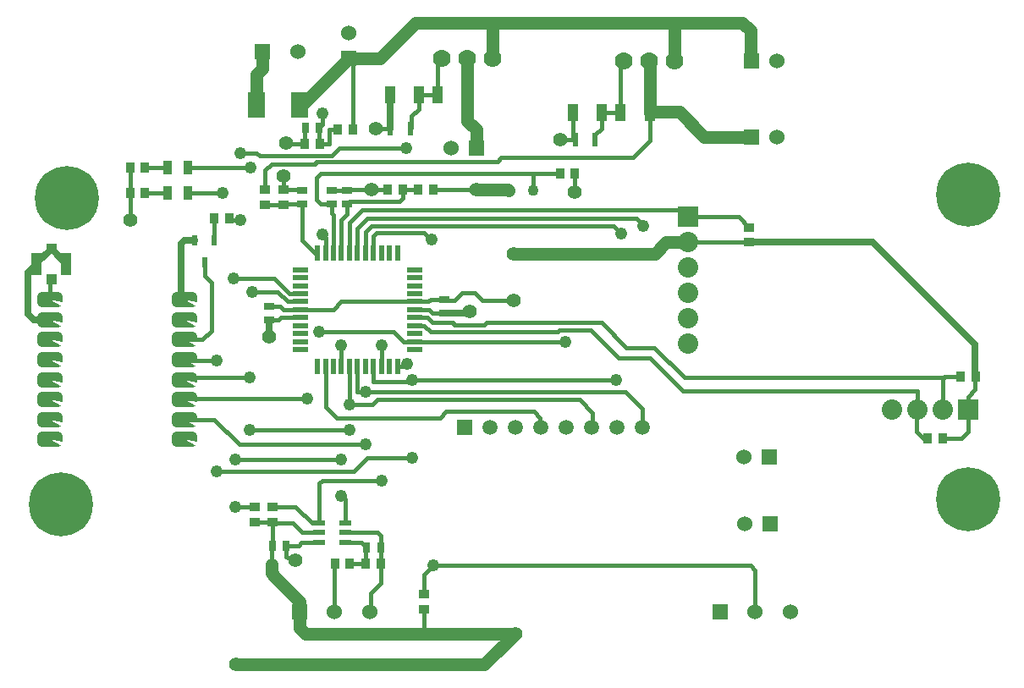
<source format=gtl>
G04 DesignSpark PCB Gerber Version 10.0 Build 5299*
G04 #@! TF.Part,Single*
G04 #@! TF.FileFunction,Copper,L1,Top*
G04 #@! TF.FilePolarity,Positive*
%FSLAX35Y35*%
%MOIN*%
G04 #@! TA.AperFunction,SMDPad,CuDef*
%ADD20R,0.02200X0.05900*%
%ADD29R,0.02362X0.04134*%
%ADD131R,0.02441X0.05787*%
%ADD72R,0.03071X0.03858*%
%ADD26R,0.03346X0.03937*%
%ADD24R,0.03543X0.05512*%
%ADD76R,0.03937X0.04134*%
%ADD129R,0.04134X0.07087*%
%ADD75R,0.04134X0.08661*%
%ADD130R,0.04331X0.07087*%
%ADD127R,0.06890X0.10433*%
G04 #@! TA.AperFunction,ComponentPad*
%ADD125R,0.05906X0.05906*%
%ADD128R,0.06000X0.06000*%
%ADD22R,0.08000X0.08000*%
G04 #@! TD.AperFunction*
%ADD19C,0.01500*%
%ADD17C,0.02500*%
G04 #@! TA.AperFunction,ComponentPad*
%ADD73C,0.04331*%
G04 #@! TA.AperFunction,ViaPad*
%ADD70C,0.04800*%
G04 #@! TD.AperFunction*
%ADD16C,0.05000*%
G04 #@! TA.AperFunction,ComponentPad*
%AMT103*0 Rounded Rectangle Pad at angle 90*4,1,56,0.04921,-0.00984,0.04921,0.00984,0.04907,0.01222,0.04864,0.01456,0.04793,0.01682,0.04696,0.01899,0.04573,0.02103,0.04426,0.02290,0.04258,0.02458,0.04071,0.02604,0.03868,0.02727,0.03651,0.02825,0.03424,0.02896,0.03190,0.02939,0.02953,0.02953,-0.02953,0.02953,-0.03190,0.02939,-0.03424,0.02896,-0.03651,0.02825,-0.03868,0.02727,-0.04071,0.02604,-0.04258,0.02458,-0.04426,0.02290,-0.04573,0.02103,-0.04696,0.01899,-0.04793,0.01682,-0.04864,0.01456,-0.04907,0.01222,-0.04921,0.00984,-0.04921,-0.00984,-0.04907,-0.01222,-0.04864,-0.01456,-0.04793,-0.01682,-0.04696,-0.01899,-0.04573,-0.02103,-0.04426,-0.02290,-0.04258,-0.02458,-0.04071,-0.02604,-0.03868,-0.02727,-0.03651,-0.02825,-0.03424,-0.02896,-0.03190,-0.02939,-0.02953,-0.02953,0.02953,-0.02953,0.03190,-0.02939,0.03424,-0.02896,0.03651,-0.02825,0.03868,-0.02727,0.04071,-0.02604,0.04258,-0.02458,0.04426,-0.02290,0.04573,-0.02103,0.04696,-0.01899,0.04793,-0.01682,0.04864,-0.01456,0.04907,-0.01222,0.04921,-0.00984,0*%
%ADD103T103*%
G04 #@! TA.AperFunction,SMDPad,CuDef*
%ADD124R,0.04724X0.02165*%
%ADD71R,0.05900X0.02200*%
G04 #@! TA.AperFunction,ViaPad*
%ADD123C,0.05600*%
G04 #@! TA.AperFunction,ComponentPad*
%ADD133C,0.05900*%
%ADD104C,0.06000*%
%ADD126C,0.07000*%
%ADD23C,0.08000*%
G04 #@! TA.AperFunction,SMDPad,CuDef*
%ADD28R,0.03858X0.03071*%
%ADD27R,0.03937X0.03346*%
G04 #@! TA.AperFunction,ComponentPad*
%ADD77C,0.25197*%
%ADD132R,0.05900X0.05900*%
G04 #@! TD.AperFunction*
X0Y0D02*
D02*
D16*
X86470Y12848D02*
X184030D01*
X196234Y25053D01*
X96707Y254187D02*
Y247494D01*
X94344Y245132D01*
Y233450D01*
X94474Y233321D01*
X111274Y33715D02*
Y37652D01*
X101037Y47888D01*
Y48281D01*
X100250Y49069D01*
Y52219D01*
X111274Y233321D02*
X112363D01*
X130565Y251523D01*
X142862D01*
X156943Y265604D01*
X187415D01*
X160486Y25053D02*
X113636D01*
X111274Y27415D01*
Y33715D01*
X177415Y237258D02*
Y251431D01*
X180867Y199856D02*
X193281D01*
X193596Y199541D01*
X180867Y216392D02*
Y223570D01*
X177415Y227022D01*
Y237258D01*
X187415Y251431D02*
Y265604D01*
X259069D01*
X196234Y25053D02*
X160486D01*
X249463Y230171D02*
Y250250D01*
X249069Y250644D01*
X259069D02*
Y265604D01*
X285683D01*
X288833Y262455D01*
Y251130D01*
X289319Y250644D01*
X264423Y179226D02*
X255604D01*
X253400Y177022D01*
Y176628D01*
X251431Y174659D01*
X195526D01*
X289319Y220722D02*
X270722D01*
X260880Y230565D01*
X249856D01*
X249463Y230171D01*
D02*
D17*
X7789Y170722D02*
Y170801D01*
X13596Y176608D01*
X12848Y148675D02*
X6549D01*
X4187Y151037D01*
Y167120D01*
X7789Y170722D01*
X13596Y176608D02*
Y176530D01*
X19404Y170722D01*
X70132Y179778D02*
X65998D01*
X64817Y178596D01*
Y157730D01*
X65998Y156549D01*
X99187Y148437D02*
Y141982D01*
X147100Y223872D02*
Y237061D01*
X146904Y237258D01*
X168480Y151193D02*
X177571D01*
X178203Y151825D01*
X288360Y179187D02*
X337061D01*
X377415Y138833D01*
Y126431D01*
X377612Y126234D01*
D02*
D19*
X12848Y156549D02*
Y163970D01*
X13596Y164719D01*
X44541Y198675D02*
Y188045D01*
Y208518D02*
Y198675D01*
X50447D02*
X59305D01*
X50447Y208518D02*
X59305D01*
X67179Y198675D02*
X80959D01*
X67179Y208518D02*
X91982D01*
X73872Y171116D02*
Y165998D01*
X76628Y163242D01*
Y144344D01*
X73085Y140801D01*
X65998D01*
X77612Y179778D02*
Y188439D01*
X78596Y132533D02*
X66392D01*
X65998Y132927D01*
X85289Y164817D02*
X101431D01*
X107337Y158911D01*
X111667D01*
X86077Y93557D02*
X127809D01*
X88045Y188045D02*
X83911D01*
X83518Y188439D01*
X91589Y125841D02*
X66785D01*
X65998Y125053D01*
X92770Y159699D02*
X102612D01*
X106549Y155762D01*
X111667D01*
X93557Y74856D02*
X86077D01*
X97613Y193910D02*
X105092D01*
X97613Y199816D02*
Y207456D01*
X100250Y210093D01*
X117179D01*
X117967Y210880D01*
X189226D01*
X190801Y212455D01*
X242770D01*
X249463Y219148D01*
Y230171D01*
X100250Y52219D02*
Y59305D01*
X100644Y59699D01*
Y68951D01*
X93557D01*
X105092Y199816D02*
Y205368D01*
Y199816D02*
X111983D01*
X112180Y199619D01*
X106156Y59699D02*
Y55368D01*
X106549Y54974D01*
X108518D01*
X109699Y53793D01*
X106156Y59699D02*
X110880D01*
X112061Y60880D01*
X118951D01*
X119148Y61077D01*
X111667Y149463D02*
X104148Y149461D01*
X103124Y148437D01*
X99187Y148437D01*
X111667Y152612D02*
X104857Y152611D01*
X103518Y153950D01*
X99187Y153949D01*
X112180Y194107D02*
X105289D01*
X105092Y193910D01*
X113439Y217967D02*
X106549D01*
X106156Y218360D01*
X113439Y217967D02*
Y224069D01*
X113636Y224266D01*
X114423Y117573D02*
X66392D01*
X65998Y117179D01*
X118360Y175053D02*
X117179D01*
X112455Y179778D01*
Y193832D01*
X112180Y194107D01*
X119148Y64817D02*
X112455D01*
X108518Y68754D01*
X100841D01*
X100644Y68951D01*
X119148Y68557D02*
X116195D01*
X109699Y75053D01*
X100841D01*
X100644Y74856D01*
X119148Y224266D02*
Y218163D01*
X119344Y217967D01*
X123085D01*
Y223478D01*
X126431D01*
X120329Y229778D02*
Y225447D01*
X119148Y224266D01*
X121510Y130171D02*
Y114423D01*
X125841Y110093D01*
X166785D01*
X169148Y112455D01*
X203793D01*
X206156Y110093D01*
Y106234D01*
X206234Y106156D01*
X121510Y175053D02*
Y180959D01*
X120329Y182140D01*
X123991Y194107D02*
X119779D01*
X117967Y195919D01*
Y204581D01*
X119541Y206156D01*
X203400D01*
X124659Y175053D02*
Y189894D01*
X123992Y190564D01*
X123991Y194107D01*
X125074Y33715D02*
Y52436D01*
X125250Y52612D01*
X127809Y130171D02*
Y138439D01*
Y175053D02*
X127809Y188083D01*
X129896Y190169D01*
Y194106D01*
X129384Y64817D02*
X141982D01*
X143163Y63636D01*
Y58911D01*
X129384Y68557D02*
Y77809D01*
X127809Y79384D01*
X129896Y199618D02*
X123991D01*
X123991Y199619D01*
X130959Y105368D02*
X91589D01*
X130959Y115211D02*
X140014D01*
X141982Y117179D01*
X221510D01*
X226628Y112061D01*
Y106549D01*
X226234Y106156D01*
X130959Y130171D02*
Y115211D01*
Y175053D02*
Y186864D01*
X136077Y191982D01*
X261667D01*
X264423Y189226D01*
X131156Y52612D02*
X137455D01*
X132337Y223478D02*
Y249752D01*
X130565Y251523D01*
X134108Y130171D02*
Y120329D01*
X137258D01*
X134108Y175053D02*
Y184502D01*
X138045Y188439D01*
X243951D01*
X246707Y185683D01*
X137258Y99463D02*
X87652D01*
X77809Y109305D01*
X65998D01*
X137258Y120329D02*
X239620D01*
X246313Y113636D01*
Y106234D01*
X246234Y106156D01*
X137258Y175053D02*
Y183321D01*
X139620Y185683D01*
X234896D01*
X238045Y182533D01*
X137455Y52612D02*
Y58715D01*
X137652Y58911D01*
X135683Y60880D01*
X129581D01*
X129384Y61077D01*
X139620Y199856D02*
X130134D01*
X129896Y199618D01*
X139620Y199856D02*
X146116D01*
X140407Y130171D02*
Y124266D01*
X154187D01*
X154974Y125053D01*
X155762D01*
X140407Y175053D02*
Y181746D01*
X141589Y182927D01*
X160486D01*
X163242Y180171D01*
X143163Y58911D02*
Y52809D01*
X143360Y52612D01*
Y44935D01*
X139226Y40801D01*
Y34067D01*
X138874Y33715D01*
X143557Y85289D02*
X120329D01*
X119148Y84108D01*
Y68557D01*
X143557Y130171D02*
Y138439D01*
X147100Y223872D02*
X141195D01*
X149856Y130171D02*
X152612D01*
X153793Y131352D01*
X152022Y199856D02*
Y196510D01*
X150644Y195132D01*
X130922D01*
X129896Y194106D01*
X153400Y216392D02*
X127022D01*
X123872Y213242D01*
X95526D01*
X94344Y214423D01*
X88045D01*
X155762Y94344D02*
X138045D01*
X132533Y88833D01*
X78596D01*
X155762Y125053D02*
X236077D01*
X156549Y140014D02*
X152219D01*
X148281Y143951D01*
X119148D01*
X156549Y140014D02*
X215998D01*
X156549Y149463D02*
X161667D01*
X163636Y147494D01*
X171510D01*
X172297Y146707D01*
X184108D01*
X184896Y147494D01*
X230171D01*
X240014Y137652D01*
X251037D01*
X262848Y125841D01*
X365211D01*
Y126234D01*
X156549Y152612D02*
X162337Y152610D01*
X163754Y151194D01*
X168480Y151193D01*
X156549Y155762D02*
X127809D01*
X124659Y152612D01*
X111667D01*
X156549Y155762D02*
X162023Y155761D01*
X162968Y156706D01*
X168480Y156705D01*
X157927Y199856D02*
X152022D01*
X158321Y237258D02*
Y231746D01*
X155368Y228793D01*
Y224266D01*
X154974Y223872D01*
X158321Y237258D02*
X165604D01*
X160486Y34699D02*
Y25053D01*
Y40604D02*
Y48281D01*
X164030Y51825D01*
X163833Y199856D02*
X180867D01*
X165604Y237258D02*
Y249620D01*
X167415Y251431D01*
X195526Y156156D02*
X183321D01*
X180171Y159305D01*
X175447D01*
X172297Y156156D01*
X169029D01*
X168480Y156705D01*
X203400Y206156D02*
Y200959D01*
X203439Y200919D01*
Y199541D01*
X213833Y206156D02*
X203400D01*
X218951Y230171D02*
Y220526D01*
X219935Y219541D01*
X219738Y206156D02*
Y199069D01*
X219935Y219541D02*
X214030D01*
X227809D02*
Y221510D01*
X230171Y223872D01*
Y229974D01*
X230368Y230171D01*
X237652D01*
Y249226D01*
X239069Y250644D01*
X264423Y179226D02*
X288321D01*
X288360Y179187D01*
X264423Y189226D02*
X284226D01*
X288360Y185093D01*
X290822Y33715D02*
Y49836D01*
X288833Y51825D01*
X164030D01*
X354659Y113242D02*
X354581Y113321D01*
Y120722D01*
X262455D01*
X249463Y133715D01*
X236864D01*
X225841Y144738D01*
X213636D01*
X212848Y143951D01*
X162848D01*
X160486Y146313D01*
X156549D01*
X358715Y101825D02*
X356943D01*
X354187Y104581D01*
Y112770D01*
X354659Y113242D01*
X364620Y101825D02*
X371904D01*
X374659Y104581D01*
Y113242D01*
X364659D02*
Y125683D01*
X365211Y126234D01*
X371707D02*
X365211D01*
X374659Y113242D02*
Y118360D01*
X377415Y121116D01*
Y126037D01*
X377612Y126234D01*
D02*
D70*
X78596Y88833D03*
Y132533D03*
X80959Y198675D03*
X85289Y164817D03*
X86077Y74856D03*
Y93557D03*
X88045Y188045D03*
Y214423D03*
X91589Y105368D03*
Y125841D03*
X91982Y208518D03*
X92770Y159699D03*
X114423Y117573D03*
X119148Y143951D03*
X120329Y182140D03*
Y229778D03*
X127809Y79384D03*
Y93557D03*
Y138439D03*
X130959Y105368D03*
Y115211D03*
X137258Y99463D03*
Y120329D03*
X143557Y85289D03*
Y138439D03*
X153400Y216392D03*
X153793Y131352D03*
X155762Y94344D03*
Y125053D03*
X163242Y180171D03*
X164030Y51825D03*
X215998Y140014D03*
X236077Y125053D03*
X238045Y182533D03*
X246707Y185683D03*
D02*
D71*
X111667Y136864D03*
Y140014D03*
Y143163D03*
Y146313D03*
Y149463D03*
Y152612D03*
Y155762D03*
Y158911D03*
Y162061D03*
Y165211D03*
Y168360D03*
X156549Y136864D03*
Y140014D03*
Y143163D03*
Y146313D03*
Y149463D03*
Y152612D03*
Y155762D03*
Y158911D03*
Y162061D03*
Y165211D03*
Y168360D03*
D02*
D20*
X118360Y130171D03*
Y175053D03*
X121510Y130171D03*
Y175053D03*
X124659Y130171D03*
Y175053D03*
X127809Y130171D03*
Y175053D03*
X130959Y130171D03*
Y175053D03*
X134108Y130171D03*
Y175053D03*
X137258Y130171D03*
Y175053D03*
X140407Y130171D03*
Y175053D03*
X143557Y130171D03*
Y175053D03*
X146707Y130171D03*
Y175053D03*
X149856Y130171D03*
Y175053D03*
D02*
D22*
X264423Y189226D03*
X374659Y113242D03*
D02*
D23*
X264423Y139226D03*
Y149226D03*
Y159226D03*
Y169226D03*
Y179226D03*
X344659Y113242D03*
X354659D03*
X364659D03*
D02*
D24*
X59305Y198675D03*
Y208518D03*
X67179Y198675D03*
Y208518D03*
D02*
D26*
X44541Y198675D03*
Y208518D03*
X50447Y198675D03*
Y208518D03*
X77612Y188439D03*
X83518D03*
X113439Y217967D03*
X119344D03*
X125250Y52612D03*
X126431Y223478D03*
X131156Y52612D03*
X132337Y223478D03*
X137455Y52612D03*
X143360D03*
X146116Y199856D03*
X152022D03*
X157927D03*
X163833D03*
X213833Y206156D03*
X219738D03*
X358715Y101825D03*
X364620D03*
X371707Y126234D03*
X377612D03*
D02*
D27*
X93557Y68951D03*
Y74856D03*
X97613Y193910D03*
Y199816D03*
X100644Y68951D03*
Y74856D03*
X105092Y193910D03*
Y199816D03*
X160486Y34699D03*
Y40604D03*
X288360Y179187D03*
Y185093D03*
D02*
D28*
X99187Y148437D03*
Y153949D03*
X112180Y194107D03*
Y199619D03*
X123991Y194107D03*
Y199619D03*
X129896Y194106D03*
Y199618D03*
X168480Y151193D03*
Y156705D03*
D02*
D29*
X70132Y179778D03*
X73872Y171116D03*
X77612Y179778D03*
D02*
D72*
X100644Y59699D03*
X106156D03*
X113636Y224266D03*
X119148D03*
X137652Y58911D03*
X143163D03*
D02*
D73*
X193596Y199541D03*
X203439D03*
D02*
D75*
X7789Y170722D03*
X19404D03*
D02*
D76*
X13596Y164719D03*
Y176608D03*
D02*
D77*
X17179Y75841D03*
X19541Y196707D03*
X374659Y77809D03*
Y197888D03*
D02*
D103*
X12848Y101431D03*
Y109305D03*
Y117179D03*
Y125053D03*
Y132927D03*
Y140801D03*
Y148675D03*
Y156549D03*
X65998Y101431D03*
Y109305D03*
Y117179D03*
Y125053D03*
Y132927D03*
Y140801D03*
Y148675D03*
Y156549D03*
D02*
D104*
X110507Y254187D03*
X125074Y33715D03*
X130565Y261523D03*
X138874Y33715D03*
X170867Y216392D03*
X286221Y94738D03*
X286615Y68360D03*
X290822Y33715D03*
X299319Y220722D03*
Y250644D03*
X304622Y33715D03*
D02*
D123*
X44541Y188045D03*
X86470Y12848D03*
X99187Y141982D03*
X105092Y205368D03*
X106156Y218360D03*
X109699Y53793D03*
X139620Y199856D03*
X141195Y223872D03*
X178203Y151825D03*
X180867Y199856D03*
X195526Y156156D03*
Y174659D03*
X196234Y25053D03*
X214030Y219541D03*
X219738Y199069D03*
D02*
D124*
X119148Y61077D03*
Y64817D03*
Y68557D03*
X129384Y61077D03*
Y64817D03*
Y68557D03*
D02*
D125*
X96707Y254187D03*
X111274Y33715D03*
X277022D03*
D02*
D126*
X167415Y251431D03*
X177415D03*
X187415D03*
X239069Y250644D03*
X249069D03*
X259069D03*
D02*
D127*
X94474Y233321D03*
X111274D03*
D02*
D128*
X130565Y251523D03*
X180867Y216392D03*
X289319Y220722D03*
Y250644D03*
X296221Y94738D03*
X296615Y68360D03*
D02*
D129*
X165604Y237258D03*
X177415D03*
X237652Y230171D03*
X249463D03*
D02*
D130*
X146904Y237258D03*
X158321D03*
X218951Y230171D03*
X230368D03*
D02*
D131*
X147100Y223872D03*
X154974D03*
X219935Y219541D03*
X227809D03*
D02*
D132*
X176234Y106156D03*
D02*
D133*
X186234D03*
X196234D03*
X206234D03*
X216234D03*
X226234D03*
X236234D03*
X246234D03*
X0Y0D02*
M02*

</source>
